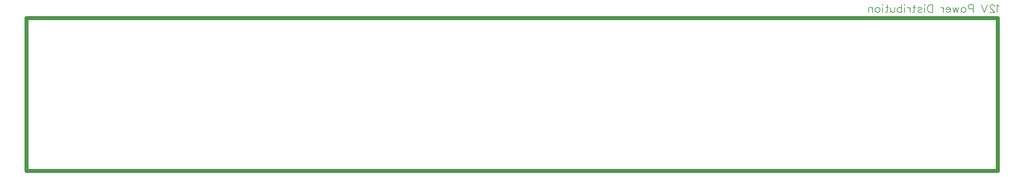
<source format=gbo>
G04 Layer: BottomSilkscreenLayer*
G04 EasyEDA v6.5.9, 2022-07-19 10:17:32*
G04 949b56ed96714d3c9a1e36b78244d617,84c7e2b185e6486294edc9ff802fc075,10*
G04 Gerber Generator version 0.2*
G04 Scale: 100 percent, Rotated: No, Reflected: No *
G04 Dimensions in millimeters *
G04 leading zeros omitted , absolute positions ,4 integer and 5 decimal *
%FSLAX45Y45*%
%MOMM*%

%ADD10C,0.2032*%
%ADD11C,1.0000*%

%LPD*%
D10*
X25565100Y16297102D02*
G01*
X25546626Y16306337D01*
X25518917Y16334046D01*
X25518917Y16140084D01*
X25448722Y16287864D02*
G01*
X25448722Y16297102D01*
X25439484Y16315575D01*
X25430248Y16324811D01*
X25411775Y16334046D01*
X25374831Y16334046D01*
X25356357Y16324811D01*
X25347122Y16315575D01*
X25337884Y16297102D01*
X25337884Y16278628D01*
X25347122Y16260155D01*
X25365595Y16232446D01*
X25457957Y16140084D01*
X25328648Y16140084D01*
X25267688Y16334046D02*
G01*
X25193797Y16140084D01*
X25119906Y16334046D02*
G01*
X25193797Y16140084D01*
X24916706Y16334046D02*
G01*
X24916706Y16140084D01*
X24916706Y16334046D02*
G01*
X24833579Y16334046D01*
X24805871Y16324811D01*
X24796635Y16315575D01*
X24787397Y16297102D01*
X24787397Y16269393D01*
X24796635Y16250920D01*
X24805871Y16241684D01*
X24833579Y16232446D01*
X24916706Y16232446D01*
X24680255Y16269393D02*
G01*
X24698728Y16260155D01*
X24717202Y16241684D01*
X24726437Y16213975D01*
X24726437Y16195502D01*
X24717202Y16167793D01*
X24698728Y16149320D01*
X24680255Y16140084D01*
X24652546Y16140084D01*
X24634075Y16149320D01*
X24615602Y16167793D01*
X24606364Y16195502D01*
X24606364Y16213975D01*
X24615602Y16241684D01*
X24634075Y16260155D01*
X24652546Y16269393D01*
X24680255Y16269393D01*
X24545404Y16269393D02*
G01*
X24508459Y16140084D01*
X24471515Y16269393D02*
G01*
X24508459Y16140084D01*
X24471515Y16269393D02*
G01*
X24434568Y16140084D01*
X24397624Y16269393D02*
G01*
X24434568Y16140084D01*
X24336664Y16213975D02*
G01*
X24225826Y16213975D01*
X24225826Y16232446D01*
X24235064Y16250920D01*
X24244300Y16260155D01*
X24262773Y16269393D01*
X24290482Y16269393D01*
X24308955Y16260155D01*
X24327426Y16241684D01*
X24336664Y16213975D01*
X24336664Y16195502D01*
X24327426Y16167793D01*
X24308955Y16149320D01*
X24290482Y16140084D01*
X24262773Y16140084D01*
X24244300Y16149320D01*
X24225826Y16167793D01*
X24164866Y16269393D02*
G01*
X24164866Y16140084D01*
X24164866Y16213975D02*
G01*
X24155631Y16241684D01*
X24137157Y16260155D01*
X24118684Y16269393D01*
X24090975Y16269393D01*
X23887775Y16334046D02*
G01*
X23887775Y16140084D01*
X23887775Y16334046D02*
G01*
X23823122Y16334046D01*
X23795413Y16324811D01*
X23776940Y16306337D01*
X23767704Y16287864D01*
X23758466Y16260155D01*
X23758466Y16213975D01*
X23767704Y16186264D01*
X23776940Y16167793D01*
X23795413Y16149320D01*
X23823122Y16140084D01*
X23887775Y16140084D01*
X23697506Y16334046D02*
G01*
X23688271Y16324811D01*
X23679035Y16334046D01*
X23688271Y16343284D01*
X23697506Y16334046D01*
X23688271Y16269393D02*
G01*
X23688271Y16140084D01*
X23516475Y16241684D02*
G01*
X23525711Y16260155D01*
X23553420Y16269393D01*
X23581128Y16269393D01*
X23608837Y16260155D01*
X23618075Y16241684D01*
X23608837Y16223211D01*
X23590364Y16213975D01*
X23544184Y16204737D01*
X23525711Y16195502D01*
X23516475Y16177028D01*
X23516475Y16167793D01*
X23525711Y16149320D01*
X23553420Y16140084D01*
X23581128Y16140084D01*
X23608837Y16149320D01*
X23618075Y16167793D01*
X23427804Y16334046D02*
G01*
X23427804Y16177028D01*
X23418568Y16149320D01*
X23400095Y16140084D01*
X23381624Y16140084D01*
X23455515Y16269393D02*
G01*
X23390859Y16269393D01*
X23320664Y16269393D02*
G01*
X23320664Y16140084D01*
X23320664Y16213975D02*
G01*
X23311426Y16241684D01*
X23292955Y16260155D01*
X23274482Y16269393D01*
X23246773Y16269393D01*
X23185813Y16334046D02*
G01*
X23176575Y16324811D01*
X23167340Y16334046D01*
X23176575Y16343284D01*
X23185813Y16334046D01*
X23176575Y16269393D02*
G01*
X23176575Y16140084D01*
X23106379Y16334046D02*
G01*
X23106379Y16140084D01*
X23106379Y16241684D02*
G01*
X23087906Y16260155D01*
X23069435Y16269393D01*
X23041724Y16269393D01*
X23023253Y16260155D01*
X23004779Y16241684D01*
X22995544Y16213975D01*
X22995544Y16195502D01*
X23004779Y16167793D01*
X23023253Y16149320D01*
X23041724Y16140084D01*
X23069435Y16140084D01*
X23087906Y16149320D01*
X23106379Y16167793D01*
X22934584Y16269393D02*
G01*
X22934584Y16177028D01*
X22925346Y16149320D01*
X22906875Y16140084D01*
X22879164Y16140084D01*
X22860693Y16149320D01*
X22832984Y16177028D01*
X22832984Y16269393D02*
G01*
X22832984Y16140084D01*
X22744315Y16334046D02*
G01*
X22744315Y16177028D01*
X22735077Y16149320D01*
X22716604Y16140084D01*
X22698133Y16140084D01*
X22772024Y16269393D02*
G01*
X22707368Y16269393D01*
X22637173Y16334046D02*
G01*
X22627935Y16324811D01*
X22618700Y16334046D01*
X22627935Y16343284D01*
X22637173Y16334046D01*
X22627935Y16269393D02*
G01*
X22627935Y16140084D01*
X22511557Y16269393D02*
G01*
X22530031Y16260155D01*
X22548504Y16241684D01*
X22557740Y16213975D01*
X22557740Y16195502D01*
X22548504Y16167793D01*
X22530031Y16149320D01*
X22511557Y16140084D01*
X22483848Y16140084D01*
X22465375Y16149320D01*
X22446904Y16167793D01*
X22437666Y16195502D01*
X22437666Y16213975D01*
X22446904Y16241684D01*
X22465375Y16260155D01*
X22483848Y16269393D01*
X22511557Y16269393D01*
X22376706Y16269393D02*
G01*
X22376706Y16140084D01*
X22376706Y16232446D02*
G01*
X22348997Y16260155D01*
X22330524Y16269393D01*
X22302815Y16269393D01*
X22284344Y16260155D01*
X22275106Y16232446D01*
X22275106Y16140084D01*
D11*
X1035050Y16002000D02*
G01*
X25533350Y16002000D01*
X25533350Y12141200D01*
X1035050Y12141200D01*
X1035050Y16002000D01*
M02*

</source>
